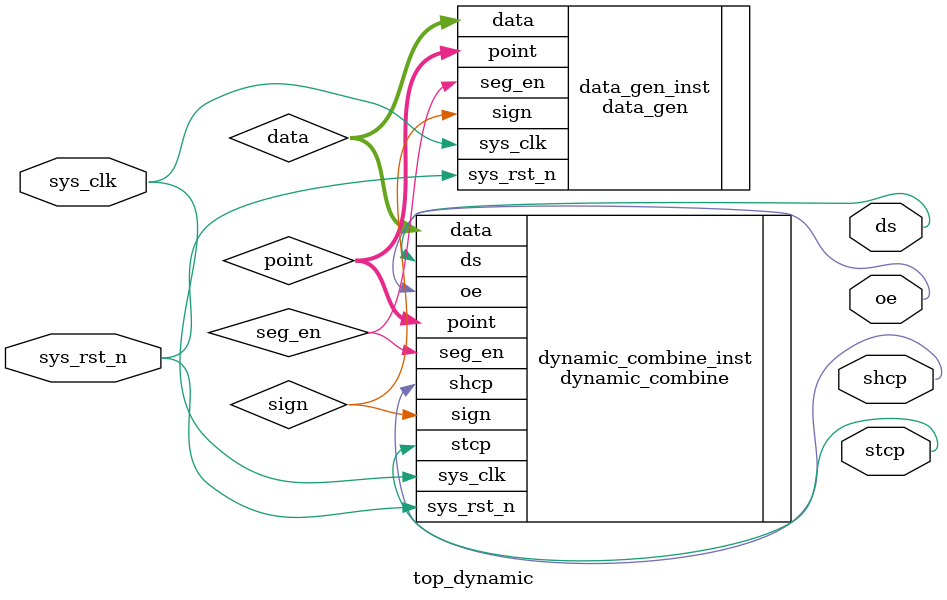
<source format=v>
module	top_dynamic
(
	input	wire	sys_clk,
	input	wire	sys_rst_n,
	
	output	wire		stcp,
	output	wire		shcp,
	output	wire		ds,
	output	wire		oe
);

wire [19:0]	data;
wire [5:0]	point;
wire		sign;
wire		seg_en;

data_gen data_gen_inst
(
	.sys_clk	(sys_clk),
	.sys_rst_n	(sys_rst_n),

	.data		(data),
	.point		(point),
	.sign		(sign),
	.seg_en     (seg_en)

);

dynamic_combine dynamic_combine_inst
(
	.sys_clk	(sys_clk),
	.sys_rst_n	(sys_rst_n),
	.sign		(sign),
	.seg_en		(seg_en),
	.data		(data),
	.point		(point),

	.shcp		(shcp),
	.stcp		(stcp),
	.oe			(oe),
	.ds         (ds)

);

endmodule
</source>
